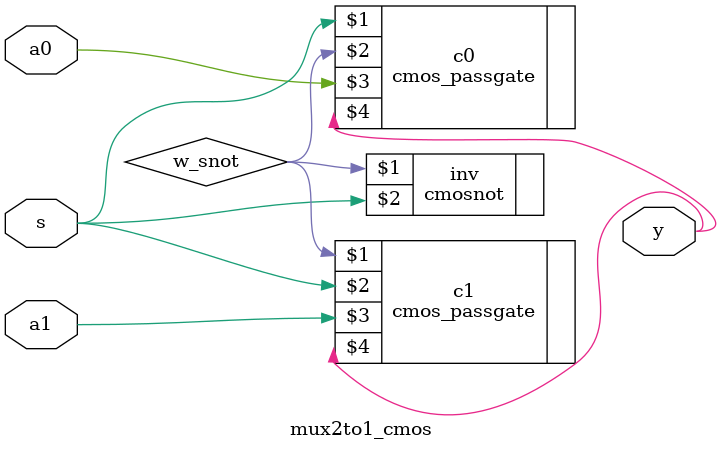
<source format=v>

`timescale 1ns / 1ps

module mux2to1_cmos(input s,
                    input a0,
                    input a1,
                    output y );
                    
    wire w_snot;
    
    // CMOSNOT(f, a)
    cmosnot inv(w_snot, s);
    
    // CMOSCMOS(n_gate, p_gate, source, drain)
    cmos_passgate c0(s, w_snot, a0, y);
    cmos_passgate c1(w_snot, s, a1, y);
    
endmodule

</source>
